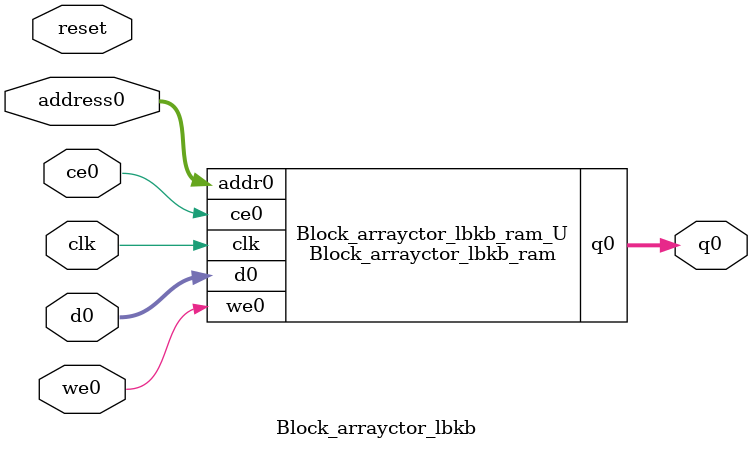
<source format=v>
`timescale 1 ns / 1 ps
module Block_arrayctor_lbkb_ram (addr0, ce0, d0, we0, q0,  clk);

parameter DWIDTH = 8;
parameter AWIDTH = 9;
parameter MEM_SIZE = 322;

input[AWIDTH-1:0] addr0;
input ce0;
input[DWIDTH-1:0] d0;
input we0;
output reg[DWIDTH-1:0] q0;
input clk;

(* ram_style = "block" *)reg [DWIDTH-1:0] ram[0:MEM_SIZE-1];




always @(posedge clk)  
begin 
    if (ce0) begin
        if (we0) 
            ram[addr0] <= d0; 
        q0 <= ram[addr0];
    end
end


endmodule

`timescale 1 ns / 1 ps
module Block_arrayctor_lbkb(
    reset,
    clk,
    address0,
    ce0,
    we0,
    d0,
    q0);

parameter DataWidth = 32'd8;
parameter AddressRange = 32'd322;
parameter AddressWidth = 32'd9;
input reset;
input clk;
input[AddressWidth - 1:0] address0;
input ce0;
input we0;
input[DataWidth - 1:0] d0;
output[DataWidth - 1:0] q0;



Block_arrayctor_lbkb_ram Block_arrayctor_lbkb_ram_U(
    .clk( clk ),
    .addr0( address0 ),
    .ce0( ce0 ),
    .we0( we0 ),
    .d0( d0 ),
    .q0( q0 ));

endmodule


</source>
